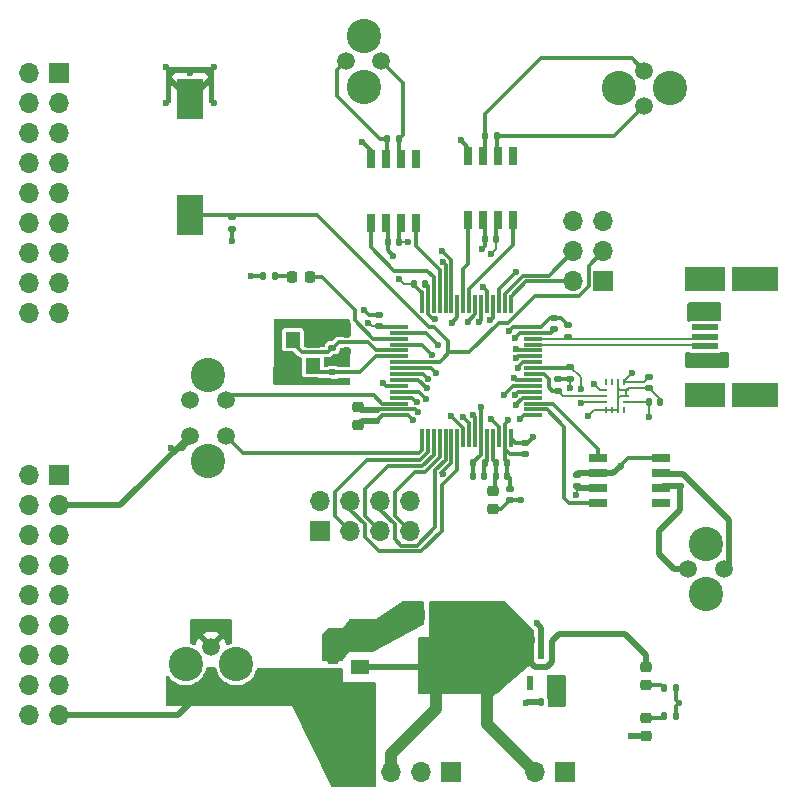
<source format=gbr>
%TF.GenerationSoftware,KiCad,Pcbnew,8.0.4*%
%TF.CreationDate,2024-08-28T23:49:54-07:00*%
%TF.ProjectId,Modubot,4d6f6475-626f-4742-9e6b-696361645f70,rev?*%
%TF.SameCoordinates,Original*%
%TF.FileFunction,Copper,L1,Top*%
%TF.FilePolarity,Positive*%
%FSLAX46Y46*%
G04 Gerber Fmt 4.6, Leading zero omitted, Abs format (unit mm)*
G04 Created by KiCad (PCBNEW 8.0.4) date 2024-08-28 23:49:54*
%MOMM*%
%LPD*%
G01*
G04 APERTURE LIST*
G04 Aperture macros list*
%AMRoundRect*
0 Rectangle with rounded corners*
0 $1 Rounding radius*
0 $2 $3 $4 $5 $6 $7 $8 $9 X,Y pos of 4 corners*
0 Add a 4 corners polygon primitive as box body*
4,1,4,$2,$3,$4,$5,$6,$7,$8,$9,$2,$3,0*
0 Add four circle primitives for the rounded corners*
1,1,$1+$1,$2,$3*
1,1,$1+$1,$4,$5*
1,1,$1+$1,$6,$7*
1,1,$1+$1,$8,$9*
0 Add four rect primitives between the rounded corners*
20,1,$1+$1,$2,$3,$4,$5,0*
20,1,$1+$1,$4,$5,$6,$7,0*
20,1,$1+$1,$6,$7,$8,$9,0*
20,1,$1+$1,$8,$9,$2,$3,0*%
G04 Aperture macros list end*
%TA.AperFunction,SMDPad,CuDef*%
%ADD10RoundRect,0.218750X-0.218750X-0.256250X0.218750X-0.256250X0.218750X0.256250X-0.218750X0.256250X0*%
%TD*%
%TA.AperFunction,SMDPad,CuDef*%
%ADD11RoundRect,0.140000X0.170000X-0.140000X0.170000X0.140000X-0.170000X0.140000X-0.170000X-0.140000X0*%
%TD*%
%TA.AperFunction,SMDPad,CuDef*%
%ADD12RoundRect,0.225000X0.250000X-0.225000X0.250000X0.225000X-0.250000X0.225000X-0.250000X-0.225000X0*%
%TD*%
%TA.AperFunction,SMDPad,CuDef*%
%ADD13RoundRect,0.135000X-0.135000X-0.185000X0.135000X-0.185000X0.135000X0.185000X-0.135000X0.185000X0*%
%TD*%
%TA.AperFunction,SMDPad,CuDef*%
%ADD14RoundRect,0.135000X-0.185000X0.135000X-0.185000X-0.135000X0.185000X-0.135000X0.185000X0.135000X0*%
%TD*%
%TA.AperFunction,SMDPad,CuDef*%
%ADD15R,1.600000X1.200000*%
%TD*%
%TA.AperFunction,SMDPad,CuDef*%
%ADD16R,1.600000X3.300000*%
%TD*%
%TA.AperFunction,SMDPad,CuDef*%
%ADD17RoundRect,0.140000X-0.140000X-0.170000X0.140000X-0.170000X0.140000X0.170000X-0.140000X0.170000X0*%
%TD*%
%TA.AperFunction,ComponentPad*%
%ADD18C,1.520000*%
%TD*%
%TA.AperFunction,ComponentPad*%
%ADD19C,2.909999*%
%TD*%
%TA.AperFunction,ComponentPad*%
%ADD20R,1.700000X1.700000*%
%TD*%
%TA.AperFunction,ComponentPad*%
%ADD21O,1.700000X1.700000*%
%TD*%
%TA.AperFunction,SMDPad,CuDef*%
%ADD22RoundRect,0.135000X0.185000X-0.135000X0.185000X0.135000X-0.185000X0.135000X-0.185000X-0.135000X0*%
%TD*%
%TA.AperFunction,SMDPad,CuDef*%
%ADD23R,1.200000X1.400000*%
%TD*%
%TA.AperFunction,SMDPad,CuDef*%
%ADD24RoundRect,0.140000X0.140000X0.170000X-0.140000X0.170000X-0.140000X-0.170000X0.140000X-0.170000X0*%
%TD*%
%TA.AperFunction,SMDPad,CuDef*%
%ADD25RoundRect,0.075000X-0.700000X-0.075000X0.700000X-0.075000X0.700000X0.075000X-0.700000X0.075000X0*%
%TD*%
%TA.AperFunction,SMDPad,CuDef*%
%ADD26RoundRect,0.075000X-0.075000X-0.700000X0.075000X-0.700000X0.075000X0.700000X-0.075000X0.700000X0*%
%TD*%
%TA.AperFunction,SMDPad,CuDef*%
%ADD27R,0.650000X1.500000*%
%TD*%
%TA.AperFunction,SMDPad,CuDef*%
%ADD28R,0.250000X0.475000*%
%TD*%
%TA.AperFunction,SMDPad,CuDef*%
%ADD29R,0.475000X0.250000*%
%TD*%
%TA.AperFunction,SMDPad,CuDef*%
%ADD30RoundRect,0.140000X-0.170000X0.140000X-0.170000X-0.140000X0.170000X-0.140000X0.170000X0.140000X0*%
%TD*%
%TA.AperFunction,SMDPad,CuDef*%
%ADD31R,1.500000X0.650000*%
%TD*%
%TA.AperFunction,SMDPad,CuDef*%
%ADD32RoundRect,0.135000X0.135000X0.185000X-0.135000X0.185000X-0.135000X-0.185000X0.135000X-0.185000X0*%
%TD*%
%TA.AperFunction,SMDPad,CuDef*%
%ADD33RoundRect,0.225000X0.225000X0.250000X-0.225000X0.250000X-0.225000X-0.250000X0.225000X-0.250000X0*%
%TD*%
%TA.AperFunction,SMDPad,CuDef*%
%ADD34RoundRect,0.218750X0.256250X-0.218750X0.256250X0.218750X-0.256250X0.218750X-0.256250X-0.218750X0*%
%TD*%
%TA.AperFunction,SMDPad,CuDef*%
%ADD35RoundRect,0.218750X-0.256250X0.218750X-0.256250X-0.218750X0.256250X-0.218750X0.256250X0.218750X0*%
%TD*%
%TA.AperFunction,SMDPad,CuDef*%
%ADD36R,0.600000X1.150000*%
%TD*%
%TA.AperFunction,SMDPad,CuDef*%
%ADD37R,2.250000X0.500000*%
%TD*%
%TA.AperFunction,SMDPad,CuDef*%
%ADD38R,3.500000X2.050000*%
%TD*%
%TA.AperFunction,SMDPad,CuDef*%
%ADD39R,4.000000X2.050000*%
%TD*%
%TA.AperFunction,SMDPad,CuDef*%
%ADD40R,2.160000X3.350000*%
%TD*%
%TA.AperFunction,ViaPad*%
%ADD41C,0.600000*%
%TD*%
%TA.AperFunction,Conductor*%
%ADD42C,0.300000*%
%TD*%
%TA.AperFunction,Conductor*%
%ADD43C,0.500000*%
%TD*%
%TA.AperFunction,Conductor*%
%ADD44C,0.200000*%
%TD*%
%TA.AperFunction,Conductor*%
%ADD45C,1.000000*%
%TD*%
G04 APERTURE END LIST*
D10*
%TO.P,D3,1,K*%
%TO.N,/User_LED_C*%
X138912500Y-96520000D03*
%TO.P,D3,2,A*%
%TO.N,/User_LED_GPIO*%
X140487500Y-96520000D03*
%TD*%
D11*
%TO.P,C16,1*%
%TO.N,/RCC_OSC_OUT*%
X142360000Y-104600000D03*
%TO.P,C16,2*%
%TO.N,GND*%
X142360000Y-103640000D03*
%TD*%
%TO.P,C6,1*%
%TO.N,+3.3V*%
X146260000Y-100700000D03*
%TO.P,C6,2*%
%TO.N,GND*%
X146260000Y-99740000D03*
%TD*%
D12*
%TO.P,C13,1*%
%TO.N,+12V*%
X142365000Y-130415000D03*
%TO.P,C13,2*%
%TO.N,GND*%
X142365000Y-128865000D03*
%TD*%
D13*
%TO.P,R4,1*%
%TO.N,/5V_LED_C*%
X170400000Y-131339500D03*
%TO.P,R4,2*%
%TO.N,GND*%
X171420000Y-131339500D03*
%TD*%
D14*
%TO.P,R8,1*%
%TO.N,/CANH_2*%
X171750000Y-113240000D03*
%TO.P,R8,2*%
%TO.N,/CANL_2*%
X171750000Y-114260000D03*
%TD*%
D15*
%TO.P,LDO2,1,FIXED*%
%TO.N,GND*%
X144730000Y-127240000D03*
%TO.P,LDO2,2,OUTPUT*%
%TO.N,+5V*%
X144730000Y-129540000D03*
%TO.P,LDO2,3,INPUT*%
%TO.N,+12V*%
X144730000Y-131840000D03*
D16*
%TO.P,LDO2,4,OUTPUT*%
%TO.N,+5V*%
X151130000Y-129540000D03*
%TD*%
D17*
%TO.P,C11,1*%
%TO.N,+5V*%
X159065648Y-126670000D03*
%TO.P,C11,2*%
%TO.N,GND*%
X160025648Y-126670000D03*
%TD*%
D18*
%TO.P,J7,1,1*%
%TO.N,/CANH_3*%
X168750011Y-79060000D03*
%TO.P,J7,2,2*%
%TO.N,/CANL_3*%
X168750011Y-82059999D03*
D19*
%TO.P,J7,P1*%
%TO.N,N/C*%
X166600013Y-80560000D03*
%TO.P,J7,P2*%
X170900009Y-80560000D03*
%TD*%
D20*
%TO.P,J8,1,Pin_1*%
%TO.N,GND*%
X152400000Y-138430000D03*
D21*
%TO.P,J8,2,Pin_2*%
%TO.N,+3.3V*%
X149860000Y-138430000D03*
%TO.P,J8,3,Pin_3*%
%TO.N,+5V*%
X147320000Y-138430000D03*
%TO.P,J8,4,Pin_4*%
%TO.N,+12V*%
X144780000Y-138430000D03*
%TD*%
D17*
%TO.P,C8,1*%
%TO.N,+3.3VA*%
X156212600Y-113360200D03*
%TO.P,C8,2*%
%TO.N,GND*%
X157172600Y-113360200D03*
%TD*%
D22*
%TO.P,R1,1*%
%TO.N,+3.3V*%
X162490000Y-105160000D03*
%TO.P,R1,2*%
%TO.N,/I2C3_SDA*%
X162490000Y-104140000D03*
%TD*%
D23*
%TO.P,Y2,1,1*%
%TO.N,/RCC_OSC_IN*%
X139010000Y-101820000D03*
%TO.P,Y2,2,2*%
%TO.N,GND*%
X139010000Y-104020000D03*
%TO.P,Y2,3,3*%
%TO.N,/RCC_OSC_OUT*%
X140710000Y-104020000D03*
%TO.P,Y2,4,4*%
%TO.N,GND*%
X140710000Y-101820000D03*
%TD*%
D18*
%TO.P,J10,1,1*%
%TO.N,+12V*%
X132080000Y-130810000D03*
%TO.P,J10,2,2*%
%TO.N,GND*%
X132080000Y-127810001D03*
D19*
%TO.P,J10,P1*%
%TO.N,N/C*%
X134229998Y-129310000D03*
%TO.P,J10,P2*%
X129930002Y-129310000D03*
%TD*%
D13*
%TO.P,R11,1*%
%TO.N,/CANH_3*%
X155240000Y-84600000D03*
%TO.P,R11,2*%
%TO.N,/CANL_3*%
X156260000Y-84600000D03*
%TD*%
D20*
%TO.P,J3,1,Pin_1*%
%TO.N,GND*%
X165300000Y-96900000D03*
D21*
%TO.P,J3,2,Pin_2*%
%TO.N,/SYS_JTMS-SWDIO*%
X162760000Y-96900000D03*
%TO.P,J3,3,Pin_3*%
%TO.N,/NRST*%
X165300000Y-94360000D03*
%TO.P,J3,4,Pin_4*%
%TO.N,/SYS_JTCK-SWCLK*%
X162760000Y-94360000D03*
%TO.P,J3,5,Pin_5*%
%TO.N,+3.3V*%
X165300000Y-91820000D03*
%TO.P,J3,6,Pin_6*%
%TO.N,GND*%
X162760000Y-91820000D03*
%TD*%
D18*
%TO.P,J5,1,1*%
%TO.N,/CANH_1*%
X143500001Y-78250000D03*
%TO.P,J5,2,2*%
%TO.N,/CANL_1*%
X146500000Y-78250000D03*
D19*
%TO.P,J5,P1*%
%TO.N,N/C*%
X145000001Y-80399998D03*
%TO.P,J5,P2*%
X145000001Y-76100002D03*
%TD*%
D24*
%TO.P,C12,1*%
%TO.N,+3.3V*%
X160950000Y-132520000D03*
%TO.P,C12,2*%
%TO.N,GND*%
X159990000Y-132520000D03*
%TD*%
D25*
%TO.P,U1,1,VBAT*%
%TO.N,+3.3V*%
X148010000Y-100740000D03*
%TO.P,U1,2,PC13*%
%TO.N,/PC13*%
X148010000Y-101240000D03*
%TO.P,U1,3,PC14*%
%TO.N,/User_LED_GPIO*%
X148010000Y-101740000D03*
%TO.P,U1,4,PC15*%
%TO.N,/PC15*%
X148010000Y-102240000D03*
%TO.P,U1,5,PF0*%
%TO.N,/RCC_OSC_IN*%
X148010000Y-102740000D03*
%TO.P,U1,6,PF1*%
%TO.N,/RCC_OSC_OUT*%
X148010000Y-103240000D03*
%TO.P,U1,7,PG10*%
%TO.N,/NRST*%
X148010000Y-103740000D03*
%TO.P,U1,8,PC0*%
%TO.N,/PC0*%
X148010000Y-104240000D03*
%TO.P,U1,9,PC1*%
%TO.N,/PC1*%
X148010000Y-104740000D03*
%TO.P,U1,10,PC2*%
%TO.N,/PC2*%
X148010000Y-105240000D03*
%TO.P,U1,11,PC3*%
%TO.N,/PC3*%
X148010000Y-105740000D03*
%TO.P,U1,12,PA0*%
%TO.N,/PA0*%
X148010000Y-106240000D03*
%TO.P,U1,13,PA1*%
%TO.N,/PA1*%
X148010000Y-106740000D03*
%TO.P,U1,14,PA2*%
%TO.N,/USART2_TX*%
X148010000Y-107240000D03*
%TO.P,U1,15,VSS*%
%TO.N,GND*%
X148010000Y-107740000D03*
%TO.P,U1,16,VDD*%
%TO.N,+3.3V*%
X148010000Y-108240000D03*
D26*
%TO.P,U1,17,PA3*%
%TO.N,/USART2_RX*%
X149935000Y-110165000D03*
%TO.P,U1,18,PA4*%
%TO.N,/GPIO_CE *%
X150435000Y-110165000D03*
%TO.P,U1,19,PA5*%
%TO.N,/SPI1_SCK*%
X150935000Y-110165000D03*
%TO.P,U1,20,PA6*%
%TO.N,/SPI1_MISO*%
X151435000Y-110165000D03*
%TO.P,U1,21,PA7*%
%TO.N,/SPI1_MOSI*%
X151935000Y-110165000D03*
%TO.P,U1,22,PC4*%
%TO.N,/GPIO_IRQ*%
X152435000Y-110165000D03*
%TO.P,U1,23,PC5*%
%TO.N,/GPIO_CSN*%
X152935000Y-110165000D03*
%TO.P,U1,24,PB0*%
%TO.N,/PB0*%
X153435000Y-110165000D03*
%TO.P,U1,25,PB1*%
%TO.N,/PB1*%
X153935000Y-110165000D03*
%TO.P,U1,26,PB2*%
%TO.N,/PB2*%
X154435000Y-110165000D03*
%TO.P,U1,27,VSSA*%
%TO.N,GND*%
X154935000Y-110165000D03*
%TO.P,U1,28,VREF+*%
%TO.N,+3.3VA*%
X155435000Y-110165000D03*
%TO.P,U1,29,VDDA*%
X155935000Y-110165000D03*
%TO.P,U1,30,PB10*%
%TO.N,/PB10*%
X156435000Y-110165000D03*
%TO.P,U1,31,VSS*%
%TO.N,GND*%
X156935000Y-110165000D03*
%TO.P,U1,32,VDD*%
%TO.N,+3.3V*%
X157435000Y-110165000D03*
D25*
%TO.P,U1,33,PB11*%
%TO.N,/PB11*%
X159360000Y-108240000D03*
%TO.P,U1,34,PB12*%
%TO.N,/FDCAN2_RX*%
X159360000Y-107740000D03*
%TO.P,U1,35,PB13*%
%TO.N,/FDCAN2_TX*%
X159360000Y-107240000D03*
%TO.P,U1,36,PB14*%
%TO.N,/PB14*%
X159360000Y-106740000D03*
%TO.P,U1,37,PB15*%
%TO.N,/PB15*%
X159360000Y-106240000D03*
%TO.P,U1,38,PC6*%
%TO.N,/PC6*%
X159360000Y-105740000D03*
%TO.P,U1,39,PC7*%
%TO.N,/PC7*%
X159360000Y-105240000D03*
%TO.P,U1,40,PC8*%
%TO.N,/I2C3_SCL*%
X159360000Y-104740000D03*
%TO.P,U1,41,PC9*%
%TO.N,/I2C3_SDA*%
X159360000Y-104240000D03*
%TO.P,U1,42,PA8*%
%TO.N,/PA8*%
X159360000Y-103740000D03*
%TO.P,U1,43,PA9*%
%TO.N,/PA9*%
X159360000Y-103240000D03*
%TO.P,U1,44,PA10*%
%TO.N,/PA10*%
X159360000Y-102740000D03*
%TO.P,U1,45,PA11*%
%TO.N,/USB_D-*%
X159360000Y-102240000D03*
%TO.P,U1,46,PA12*%
%TO.N,/USB_D+*%
X159360000Y-101740000D03*
%TO.P,U1,47,VSS*%
%TO.N,GND*%
X159360000Y-101240000D03*
%TO.P,U1,48,VDD*%
%TO.N,+3.3V*%
X159360000Y-100740000D03*
D26*
%TO.P,U1,49,PA13*%
%TO.N,/SYS_JTMS-SWDIO*%
X157435000Y-98815000D03*
%TO.P,U1,50,PA14*%
%TO.N,/SYS_JTCK-SWCLK*%
X156935000Y-98815000D03*
%TO.P,U1,51,PA15*%
%TO.N,/PA15*%
X156435000Y-98815000D03*
%TO.P,U1,52,PC10*%
%TO.N,/PC10*%
X155935000Y-98815000D03*
%TO.P,U1,53,PC11*%
%TO.N,/PC11*%
X155435000Y-98815000D03*
%TO.P,U1,54,PC12*%
%TO.N,/PC12*%
X154935000Y-98815000D03*
%TO.P,U1,55,PD2*%
%TO.N,/PD2*%
X154435000Y-98815000D03*
%TO.P,U1,56,PB3*%
%TO.N,/FDCAN3_RX*%
X153935000Y-98815000D03*
%TO.P,U1,57,PB4*%
%TO.N,/FDCAN3_TX*%
X153435000Y-98815000D03*
%TO.P,U1,58,PB5*%
%TO.N,/PB5*%
X152935000Y-98815000D03*
%TO.P,U1,59,PB6*%
%TO.N,/PB6*%
X152435000Y-98815000D03*
%TO.P,U1,60,PB7*%
%TO.N,/PB7*%
X151935000Y-98815000D03*
%TO.P,U1,61,PB8*%
%TO.N,/FDCAN1_RX*%
X151435000Y-98815000D03*
%TO.P,U1,62,PB9*%
%TO.N,/FDCAN1_TX*%
X150935000Y-98815000D03*
%TO.P,U1,63,VSS*%
%TO.N,GND*%
X150435000Y-98815000D03*
%TO.P,U1,64,VDD*%
%TO.N,+3.3V*%
X149935000Y-98815000D03*
%TD*%
D11*
%TO.P,C4,1*%
%TO.N,+3.3V*%
X146060000Y-108720000D03*
%TO.P,C4,2*%
%TO.N,GND*%
X146060000Y-107760000D03*
%TD*%
%TO.P,C9,1*%
%TO.N,+3.3V*%
X157378400Y-115415000D03*
%TO.P,C9,2*%
%TO.N,GND*%
X157378400Y-114455000D03*
%TD*%
D27*
%TO.P,CAN1,1,TXD*%
%TO.N,/FDCAN1_TX*%
X145595000Y-91950000D03*
%TO.P,CAN1,2,VSS*%
%TO.N,GND*%
X146865000Y-91950000D03*
%TO.P,CAN1,3,VDD*%
%TO.N,+5V*%
X148135000Y-91950000D03*
%TO.P,CAN1,4,RXD*%
%TO.N,/FDCAN1_RX*%
X149405000Y-91950000D03*
%TO.P,CAN1,5,NC*%
%TO.N,unconnected-(CAN1-NC-Pad5)*%
X149405000Y-86550000D03*
%TO.P,CAN1,6,CANL*%
%TO.N,/CANL_1*%
X148135000Y-86550000D03*
%TO.P,CAN1,7,CANH*%
%TO.N,/CANH_1*%
X146865000Y-86550000D03*
%TO.P,CAN1,8,STBY*%
%TO.N,GND*%
X145595000Y-86550000D03*
%TD*%
D28*
%TO.P,IMU1,1,SDO/SA0*%
%TO.N,GND*%
X165530000Y-107766000D03*
%TO.P,IMU1,2,SDX*%
X166030000Y-107766000D03*
%TO.P,IMU1,3,SCX*%
X166530000Y-107766000D03*
%TO.P,IMU1,4,INT1*%
%TO.N,unconnected-(IMU1-INT1-Pad4)*%
X167030000Y-107766000D03*
D29*
%TO.P,IMU1,5,VDDIO*%
%TO.N,+3.3V*%
X167192000Y-107103000D03*
%TO.P,IMU1,6,GND_1*%
%TO.N,GND*%
X167192000Y-106603000D03*
%TO.P,IMU1,7,GND_2*%
X167192000Y-106103000D03*
D28*
%TO.P,IMU1,8,VDD*%
%TO.N,+3.3V*%
X167030000Y-105440000D03*
%TO.P,IMU1,9,INT2*%
%TO.N,GND*%
X166530000Y-105440000D03*
%TO.P,IMU1,10,OCS_AUX*%
%TO.N,unconnected-(IMU1-OCS_AUX-Pad10)*%
X166030000Y-105440000D03*
%TO.P,IMU1,11,SDO_AUX*%
%TO.N,unconnected-(IMU1-SDO_AUX-Pad11)*%
X165530000Y-105440000D03*
D29*
%TO.P,IMU1,12,CS*%
%TO.N,+3.3V*%
X165368000Y-106103000D03*
%TO.P,IMU1,13,SCL*%
%TO.N,/I2C3_SCL*%
X165368000Y-106603000D03*
%TO.P,IMU1,14,SDA*%
%TO.N,/I2C3_SDA*%
X165368000Y-107103000D03*
%TD*%
D30*
%TO.P,C23,1*%
%TO.N,+3.3V*%
X169180000Y-104970000D03*
%TO.P,C23,2*%
%TO.N,GND*%
X169180000Y-105930000D03*
%TD*%
D17*
%TO.P,C19,1*%
%TO.N,GND*%
X155270000Y-93300000D03*
%TO.P,C19,2*%
%TO.N,+5V*%
X156230000Y-93300000D03*
%TD*%
D31*
%TO.P,CAN2,1,TXD*%
%TO.N,/FDCAN2_TX*%
X164800000Y-111845000D03*
%TO.P,CAN2,2,VSS*%
%TO.N,GND*%
X164800000Y-113115000D03*
%TO.P,CAN2,3,VDD*%
%TO.N,+5V*%
X164800000Y-114385000D03*
%TO.P,CAN2,4,RXD*%
%TO.N,/FDCAN2_RX*%
X164800000Y-115655000D03*
%TO.P,CAN2,5,NC*%
%TO.N,unconnected-(CAN2-NC-Pad5)*%
X170200000Y-115655000D03*
%TO.P,CAN2,6,CANL*%
%TO.N,/CANL_2*%
X170200000Y-114385000D03*
%TO.P,CAN2,7,CANH*%
%TO.N,/CANH_2*%
X170200000Y-113115000D03*
%TO.P,CAN2,8,STBY*%
%TO.N,GND*%
X170200000Y-111845000D03*
%TD*%
D17*
%TO.P,C24,1*%
%TO.N,+3.3V*%
X169140000Y-107080000D03*
%TO.P,C24,2*%
%TO.N,GND*%
X170100000Y-107080000D03*
%TD*%
D18*
%TO.P,J2,1,1*%
%TO.N,/USART2_TX*%
X133310000Y-106960001D03*
%TO.P,J2,2,2*%
%TO.N,/USART2_RX*%
X133310000Y-109960000D03*
%TO.P,J2,3,3*%
%TO.N,GND*%
X130310001Y-106960001D03*
%TO.P,J2,4,4*%
%TO.N,+5V*%
X130310001Y-109960000D03*
D19*
%TO.P,J2,P1*%
%TO.N,N/C*%
X131810000Y-104810003D03*
%TO.P,J2,P2*%
X131810000Y-112109998D03*
%TD*%
D32*
%TO.P,R14,1*%
%TO.N,/User_LED_C*%
X137466800Y-96418400D03*
%TO.P,R14,2*%
%TO.N,GND*%
X136446800Y-96418400D03*
%TD*%
D33*
%TO.P,C14,1*%
%TO.N,+5V*%
X151340000Y-125140000D03*
%TO.P,C14,2*%
%TO.N,GND*%
X149790000Y-125140000D03*
%TD*%
D24*
%TO.P,C25,1*%
%TO.N,+3.3VA*%
X155242200Y-112268000D03*
%TO.P,C25,2*%
%TO.N,GND*%
X154282200Y-112268000D03*
%TD*%
D11*
%TO.P,C15,1*%
%TO.N,/RCC_OSC_IN*%
X142360000Y-102500000D03*
%TO.P,C15,2*%
%TO.N,GND*%
X142360000Y-101540000D03*
%TD*%
D30*
%TO.P,C3,1*%
%TO.N,+3.3V*%
X161137600Y-100002400D03*
%TO.P,C3,2*%
%TO.N,GND*%
X161137600Y-100962400D03*
%TD*%
D24*
%TO.P,C26,1*%
%TO.N,+3.3VA*%
X155216800Y-113360200D03*
%TO.P,C26,2*%
%TO.N,GND*%
X154256800Y-113360200D03*
%TD*%
D22*
%TO.P,R15,1*%
%TO.N,/I2C3_SCL*%
X161450000Y-106150000D03*
%TO.P,R15,2*%
%TO.N,+3.3V*%
X161450000Y-105130000D03*
%TD*%
D13*
%TO.P,R3,1*%
%TO.N,/3V3_LED_C*%
X170390000Y-133720000D03*
%TO.P,R3,2*%
%TO.N,GND*%
X171410000Y-133720000D03*
%TD*%
D34*
%TO.P,D2,1,K*%
%TO.N,/5V_LED_C*%
X168910000Y-131089500D03*
%TO.P,D2,2,A*%
%TO.N,+5V*%
X168910000Y-129514500D03*
%TD*%
D30*
%TO.P,C10,1*%
%TO.N,/NRST*%
X133858000Y-91468000D03*
%TO.P,C10,2*%
%TO.N,GND*%
X133858000Y-92428000D03*
%TD*%
D13*
%TO.P,R5,1*%
%TO.N,/CANH_1*%
X146990000Y-84850000D03*
%TO.P,R5,2*%
%TO.N,/CANL_1*%
X148010000Y-84850000D03*
%TD*%
D35*
%TO.P,D1,1,K*%
%TO.N,/3V3_LED_C*%
X168910000Y-133832500D03*
%TO.P,D1,2,A*%
%TO.N,+3.3V*%
X168910000Y-135407500D03*
%TD*%
D17*
%TO.P,C17,1*%
%TO.N,GND*%
X147020000Y-93550000D03*
%TO.P,C17,2*%
%TO.N,+5V*%
X147980000Y-93550000D03*
%TD*%
D34*
%TO.P,FB1,1*%
%TO.N,+3.3V*%
X155981400Y-116179700D03*
%TO.P,FB1,2*%
%TO.N,+3.3VA*%
X155981400Y-114604700D03*
%TD*%
D30*
%TO.P,C5,1*%
%TO.N,+3.3V*%
X158660000Y-110560000D03*
%TO.P,C5,2*%
%TO.N,GND*%
X158660000Y-111520000D03*
%TD*%
D20*
%TO.P,J12,1,Pin_1*%
%TO.N,VBUS*%
X162052000Y-138405000D03*
D21*
%TO.P,J12,2,Pin_2*%
%TO.N,+5V*%
X159512000Y-138405000D03*
%TD*%
D36*
%TO.P,LDO1,1,IN*%
%TO.N,+5V*%
X160970000Y-128270000D03*
%TO.P,LDO1,2,GND*%
%TO.N,GND*%
X160020000Y-128270000D03*
%TO.P,LDO1,3,EN*%
%TO.N,+5V*%
X159070000Y-128270000D03*
%TO.P,LDO1,4,NC*%
%TO.N,unconnected-(LDO1-NC-Pad4)*%
X159070000Y-130870000D03*
%TO.P,LDO1,5,OUT*%
%TO.N,+3.3V*%
X160970000Y-130870000D03*
%TD*%
D30*
%TO.P,C18,1*%
%TO.N,GND*%
X163029998Y-113270000D03*
%TO.P,C18,2*%
%TO.N,+5V*%
X163029998Y-114230000D03*
%TD*%
D17*
%TO.P,C7,1*%
%TO.N,+3.3VA*%
X156187200Y-112268000D03*
%TO.P,C7,2*%
%TO.N,GND*%
X157147200Y-112268000D03*
%TD*%
D14*
%TO.P,R2,1*%
%TO.N,+3.3V*%
X162306000Y-100582000D03*
%TO.P,R2,2*%
%TO.N,/USB_D+*%
X162306000Y-101602000D03*
%TD*%
D20*
%TO.P,J4,1,Pin_1*%
%TO.N,GND*%
X141325600Y-118059200D03*
D21*
%TO.P,J4,2,Pin_2*%
%TO.N,+3.3V*%
X141325600Y-115519200D03*
%TO.P,J4,3,Pin_3*%
%TO.N,/GPIO_CE *%
X143865600Y-118059200D03*
%TO.P,J4,4,Pin_4*%
%TO.N,/GPIO_CSN*%
X143865600Y-115519200D03*
%TO.P,J4,5,Pin_5*%
%TO.N,/SPI1_SCK*%
X146405600Y-118059200D03*
%TO.P,J4,6,Pin_6*%
%TO.N,/SPI1_MOSI*%
X146405600Y-115519200D03*
%TO.P,J4,7,Pin_7*%
%TO.N,/SPI1_MISO*%
X148945600Y-118059200D03*
%TO.P,J4,8,Pin_8*%
%TO.N,/GPIO_IRQ*%
X148945600Y-115519200D03*
%TD*%
D37*
%TO.P,J1,1,GND*%
%TO.N,GND*%
X173913800Y-99990000D03*
%TO.P,J1,2,ID*%
%TO.N,unconnected-(J1-ID-Pad2)*%
X173913800Y-100790000D03*
%TO.P,J1,3,D+*%
%TO.N,/USB_D+*%
X173913800Y-101590000D03*
%TO.P,J1,4,D-*%
%TO.N,/USB_D-*%
X173913800Y-102390000D03*
%TO.P,J1,5,VBUS*%
%TO.N,VBUS*%
X173913800Y-103190000D03*
D38*
%TO.P,J1,MP1,MP1*%
%TO.N,unconnected-(J1-PadMP1)*%
X173888800Y-96665000D03*
%TO.P,J1,MP2,MP2*%
%TO.N,unconnected-(J1-PadMP2)*%
X173888800Y-106515000D03*
D39*
%TO.P,J1,MP3,MP3*%
%TO.N,unconnected-(J1-PadMP3)*%
X178138800Y-96665000D03*
%TO.P,J1,MP4,MP4*%
%TO.N,unconnected-(J1-PadMP4)*%
X178138800Y-106515000D03*
%TD*%
D27*
%TO.P,CAN3,1,TXD*%
%TO.N,/FDCAN3_TX*%
X153845000Y-91700000D03*
%TO.P,CAN3,2,VSS*%
%TO.N,GND*%
X155115000Y-91700000D03*
%TO.P,CAN3,3,VDD*%
%TO.N,+5V*%
X156385000Y-91700000D03*
%TO.P,CAN3,4,RXD*%
%TO.N,/FDCAN3_RX*%
X157655000Y-91700000D03*
%TO.P,CAN3,5,NC*%
%TO.N,unconnected-(CAN3-NC-Pad5)*%
X157655000Y-86300000D03*
%TO.P,CAN3,6,CANL*%
%TO.N,/CANL_3*%
X156385000Y-86300000D03*
%TO.P,CAN3,7,CANH*%
%TO.N,/CANH_3*%
X155115000Y-86300000D03*
%TO.P,CAN3,8,STBY*%
%TO.N,GND*%
X153845000Y-86300000D03*
%TD*%
D12*
%TO.P,C1,1*%
%TO.N,+3.3V*%
X144526000Y-109095000D03*
%TO.P,C1,2*%
%TO.N,GND*%
X144526000Y-107545000D03*
%TD*%
D17*
%TO.P,C2,1*%
%TO.N,+3.3V*%
X149270000Y-97120000D03*
%TO.P,C2,2*%
%TO.N,GND*%
X150230000Y-97120000D03*
%TD*%
D40*
%TO.P,SW3,1,1*%
%TO.N,GND*%
X130302000Y-81435000D03*
%TO.P,SW3,2,2*%
%TO.N,/NRST*%
X130302000Y-91285000D03*
%TD*%
D20*
%TO.P,J11,1,Pin_1*%
%TO.N,GND*%
X119210000Y-113320000D03*
D21*
%TO.P,J11,2,Pin_2*%
X116670000Y-113320000D03*
%TO.P,J11,3,Pin_3*%
%TO.N,+5V*%
X119210000Y-115860000D03*
%TO.P,J11,4,Pin_4*%
%TO.N,+3.3V*%
X116670000Y-115860000D03*
%TO.P,J11,5,Pin_5*%
%TO.N,/PB0*%
X119210000Y-118400000D03*
%TO.P,J11,6,Pin_6*%
%TO.N,/PB1*%
X116670000Y-118400000D03*
%TO.P,J11,7,Pin_7*%
%TO.N,/PB2*%
X119210000Y-120940000D03*
%TO.P,J11,8,Pin_8*%
%TO.N,/PB10*%
X116670000Y-120940000D03*
%TO.P,J11,9,Pin_9*%
%TO.N,/PB11*%
X119210000Y-123480000D03*
%TO.P,J11,10,Pin_10*%
%TO.N,/PB14*%
X116670000Y-123480000D03*
%TO.P,J11,11,Pin_11*%
%TO.N,/PB15*%
X119210000Y-126020000D03*
%TO.P,J11,12,Pin_12*%
%TO.N,/PC6*%
X116670000Y-126020000D03*
%TO.P,J11,13,Pin_13*%
%TO.N,/PC7*%
X119210000Y-128560000D03*
%TO.P,J11,14,Pin_14*%
%TO.N,/PA8*%
X116670000Y-128560000D03*
%TO.P,J11,15,Pin_15*%
%TO.N,/PA9*%
X119210000Y-131100000D03*
%TO.P,J11,16,Pin_16*%
%TO.N,/PA10*%
X116670000Y-131100000D03*
%TO.P,J11,17,Pin_17*%
%TO.N,+12V*%
X119210000Y-133640000D03*
%TO.P,J11,18,Pin_18*%
%TO.N,GND*%
X116670000Y-133640000D03*
%TD*%
D18*
%TO.P,J6,1,1*%
%TO.N,/CANH_2*%
X175500000Y-121250000D03*
%TO.P,J6,2,2*%
%TO.N,/CANL_2*%
X172500001Y-121250000D03*
D19*
%TO.P,J6,P1*%
%TO.N,N/C*%
X174000000Y-123399998D03*
%TO.P,J6,P2*%
X174000000Y-119100002D03*
%TD*%
D20*
%TO.P,J9,1,Pin_1*%
%TO.N,GND*%
X119210000Y-79220000D03*
D21*
%TO.P,J9,2,Pin_2*%
%TO.N,+3.3V*%
X116670000Y-79220000D03*
%TO.P,J9,3,Pin_3*%
%TO.N,/PA15*%
X119210000Y-81760000D03*
%TO.P,J9,4,Pin_4*%
%TO.N,/PC10*%
X116670000Y-81760000D03*
%TO.P,J9,5,Pin_5*%
%TO.N,/PC11*%
X119210000Y-84300000D03*
%TO.P,J9,6,Pin_6*%
%TO.N,/PC12*%
X116670000Y-84300000D03*
%TO.P,J9,7,Pin_7*%
%TO.N,/PD2*%
X119210000Y-86840000D03*
%TO.P,J9,8,Pin_8*%
%TO.N,/PB5*%
X116670000Y-86840000D03*
%TO.P,J9,9,Pin_9*%
%TO.N,/PB6*%
X119210000Y-89380000D03*
%TO.P,J9,10,Pin_10*%
%TO.N,/PB7*%
X116670000Y-89380000D03*
%TO.P,J9,11,Pin_11*%
%TO.N,/PC13*%
X119210000Y-91920000D03*
%TO.P,J9,12,Pin_12*%
%TO.N,/PC15*%
X116670000Y-91920000D03*
%TO.P,J9,13,Pin_13*%
%TO.N,/PC0*%
X119210000Y-94460000D03*
%TO.P,J9,14,Pin_14*%
%TO.N,/PC1*%
X116670000Y-94460000D03*
%TO.P,J9,15,Pin_15*%
%TO.N,/PC2*%
X119210000Y-97000000D03*
%TO.P,J9,16,Pin_16*%
%TO.N,/PC3*%
X116670000Y-97000000D03*
%TO.P,J9,17,Pin_17*%
%TO.N,/PA0*%
X119210000Y-99540000D03*
%TO.P,J9,18,Pin_18*%
%TO.N,/PA1*%
X116670000Y-99540000D03*
%TD*%
D41*
%TO.N,GND*%
X157835600Y-101676200D03*
X132334000Y-81788000D03*
X174929800Y-99212400D03*
X159639000Y-125857000D03*
X128270000Y-81788000D03*
X139242800Y-105333800D03*
X137718800Y-104114600D03*
X132334000Y-78740000D03*
X140690600Y-105333800D03*
X133858000Y-93472000D03*
X153238200Y-84963000D03*
X133350000Y-126746000D03*
X144272000Y-125984000D03*
X142087600Y-105333800D03*
X149585816Y-107991110D03*
X145288000Y-125984000D03*
X166750000Y-112500000D03*
X171704000Y-132588000D03*
X148590000Y-125476000D03*
X151003000Y-100101400D03*
X157200600Y-108635800D03*
X154990800Y-94183200D03*
X172770800Y-99212400D03*
X137718800Y-102819200D03*
X144881600Y-85064600D03*
X130302000Y-79248000D03*
X148590000Y-124714000D03*
X145034000Y-99314000D03*
X132080000Y-126238000D03*
X141986000Y-127762000D03*
X128270000Y-78740000D03*
X137718800Y-105308400D03*
X143586200Y-103733600D03*
X158750000Y-132588000D03*
X173532800Y-99212400D03*
X154914600Y-107569000D03*
X142113000Y-100406200D03*
X143535400Y-105308400D03*
X147980400Y-126415800D03*
X143560800Y-100380800D03*
X137744200Y-100380800D03*
X140716000Y-100406200D03*
X174244000Y-99212400D03*
X146634200Y-127101600D03*
X147142200Y-125577600D03*
X147497800Y-94716600D03*
X164000000Y-108250000D03*
X139268200Y-100406200D03*
X130810000Y-126746000D03*
X143560800Y-102666800D03*
X143611600Y-101447600D03*
X137744200Y-101523800D03*
X143256000Y-126746000D03*
X135483600Y-96418400D03*
X143002000Y-127762000D03*
%TO.N,+3.3V*%
X149148800Y-108661200D03*
X157318579Y-101065715D03*
X169138600Y-108356400D03*
X167640000Y-135382000D03*
X161772600Y-131648200D03*
X148031200Y-96697800D03*
X162480000Y-105940000D03*
X145398694Y-100387102D03*
X159359600Y-110083600D03*
X167690800Y-104673400D03*
X161772600Y-132537200D03*
X161772600Y-131648200D03*
X158318200Y-115417600D03*
X164515800Y-105613200D03*
X161772600Y-130683000D03*
%TO.N,VBUS*%
X172643800Y-103809800D03*
X175437800Y-103809800D03*
X174498000Y-103809800D03*
X173558200Y-103809800D03*
%TO.N,/I2C3_SDA*%
X163390000Y-107203000D03*
X163380000Y-106003000D03*
%TO.N,/GPIO_IRQ*%
X151684533Y-113163133D03*
%TO.N,+5V*%
X155956000Y-129184400D03*
X155067000Y-127508000D03*
X162941000Y-115005000D03*
X155981400Y-125831600D03*
X155956000Y-128346200D03*
X153111200Y-130022600D03*
X155067000Y-126644400D03*
X154000200Y-130022600D03*
X154990800Y-130860800D03*
X155041600Y-129184400D03*
X154051000Y-128346200D03*
X153111200Y-130860800D03*
X154076400Y-125831600D03*
X153187400Y-127508000D03*
X129590800Y-110998000D03*
X155041600Y-128346200D03*
X155981400Y-127508000D03*
X155067000Y-125831600D03*
X153162000Y-128346200D03*
X153187400Y-125831600D03*
X153162000Y-129184400D03*
X154076400Y-127508000D03*
X154990800Y-130022600D03*
X155981400Y-126644400D03*
X154076400Y-126644400D03*
X154000200Y-130860800D03*
X128727200Y-110998000D03*
X155905200Y-130022600D03*
X155778200Y-94615000D03*
X155905200Y-130860800D03*
X148755000Y-93548200D03*
X153187400Y-126644400D03*
X154051000Y-129184400D03*
%TO.N,/PB1*%
X153445280Y-108377920D03*
%TO.N,/PC7*%
X157734000Y-105079800D03*
%TO.N,/PB2*%
X154285000Y-108204000D03*
%TO.N,/PB15*%
X157786210Y-106516430D03*
%TO.N,/PB0*%
X152400000Y-108254800D03*
%TO.N,/PA10*%
X157877477Y-102585455D03*
%TO.N,/PB10*%
X155752800Y-108508800D03*
%TO.N,/PA9*%
X157918220Y-103384420D03*
%TO.N,/PB11*%
X158242000Y-108534200D03*
%TO.N,/PC6*%
X156870400Y-106502200D03*
%TO.N,/PB14*%
X157911800Y-107340400D03*
%TO.N,/PA8*%
X158038800Y-104190800D03*
%TO.N,/PA1*%
X149534855Y-107121582D03*
%TO.N,/PA0*%
X150291800Y-106857800D03*
%TO.N,/PC3*%
X146608800Y-105479200D03*
%TO.N,/PC0*%
X151130000Y-104648000D03*
%TO.N,/PC1*%
X150479673Y-105155228D03*
%TO.N,/PC2*%
X150342600Y-105943400D03*
%TO.N,/PC13*%
X151322800Y-102285800D03*
%TO.N,/PC15*%
X150798800Y-103090000D03*
%TO.N,/PB6*%
X151663400Y-94335600D03*
%TO.N,/PB7*%
X151704420Y-95285180D03*
%TO.N,/PB5*%
X152476200Y-100380800D03*
%TO.N,/PD2*%
X153797000Y-100304600D03*
%TO.N,/PA15*%
X157857599Y-96095042D03*
%TO.N,/PC10*%
X155727400Y-100177600D03*
%TO.N,/PC12*%
X154762200Y-100304600D03*
%TO.N,/PC11*%
X155117800Y-97409000D03*
%TD*%
D42*
%TO.N,GND*%
X157200600Y-108718294D02*
X156935000Y-108983894D01*
D43*
X160020000Y-126675648D02*
X160025648Y-126670000D01*
X142365000Y-128865000D02*
X142365000Y-128748000D01*
D44*
X164484000Y-107766000D02*
X165530000Y-107766000D01*
D42*
X171420000Y-132872000D02*
X171420000Y-133710000D01*
X153845000Y-85569800D02*
X153238200Y-84963000D01*
D43*
X158818000Y-132520000D02*
X158750000Y-132588000D01*
D42*
X158271800Y-101240000D02*
X157835600Y-101676200D01*
X150435000Y-99693120D02*
X150435000Y-98815000D01*
D44*
X166530000Y-105902500D02*
X166730500Y-106103000D01*
X164000000Y-108250000D02*
X164484000Y-107766000D01*
D42*
X160860000Y-101240000D02*
X161137600Y-100962400D01*
D44*
X167192000Y-106603000D02*
X166729500Y-106603000D01*
D42*
X157378400Y-114455000D02*
X157378400Y-113566000D01*
X158660000Y-111520000D02*
X157411880Y-111520000D01*
D44*
X166729500Y-106603000D02*
X166530000Y-106802500D01*
D42*
X166135000Y-113115000D02*
X167405000Y-111845000D01*
X155270000Y-93904000D02*
X154990800Y-94183200D01*
D44*
X166730500Y-106103000D02*
X167192000Y-106103000D01*
D42*
X147020000Y-93550000D02*
X147020000Y-92105000D01*
X151003000Y-100101400D02*
X150843280Y-100101400D01*
X157172600Y-113360200D02*
X157172600Y-112293400D01*
X159360000Y-101240000D02*
X160860000Y-101240000D01*
X150230000Y-97120000D02*
X150435000Y-97325000D01*
D43*
X160025648Y-128264352D02*
X160020000Y-128270000D01*
D44*
X170100000Y-106850000D02*
X169180000Y-105930000D01*
D42*
X157200600Y-108635800D02*
X157200600Y-108718294D01*
D43*
X160025648Y-126243648D02*
X160025648Y-126670000D01*
D42*
X156935000Y-111043120D02*
X156935000Y-110165000D01*
X147497800Y-94716600D02*
X147020000Y-94238800D01*
X144881600Y-85064600D02*
X145595000Y-85778000D01*
D44*
X166530000Y-105440000D02*
X166530000Y-105902500D01*
D42*
X155270000Y-93300000D02*
X155270000Y-93904000D01*
X154935000Y-111568354D02*
X154282200Y-112221154D01*
X157172600Y-112293400D02*
X157147200Y-112268000D01*
D43*
X159990000Y-132520000D02*
X158818000Y-132520000D01*
D44*
X170100000Y-107080000D02*
X170100000Y-106850000D01*
D42*
X153845000Y-86300000D02*
X153845000Y-85569800D01*
X154256800Y-113360200D02*
X154256800Y-112293400D01*
X147020000Y-92105000D02*
X146865000Y-91950000D01*
X133858000Y-93472000D02*
X133858000Y-92428000D01*
X135483600Y-96418400D02*
X136446800Y-96418400D01*
X155270000Y-91855000D02*
X155115000Y-91700000D01*
X148010000Y-107740000D02*
X146080000Y-107740000D01*
D43*
X164800000Y-113115000D02*
X166135000Y-113115000D01*
D42*
X171420000Y-131339500D02*
X171420000Y-132304000D01*
X154935000Y-110165000D02*
X154935000Y-111568354D01*
X154914600Y-107569000D02*
X154935000Y-107589400D01*
X154256800Y-112293400D02*
X154282200Y-112268000D01*
D44*
X171410000Y-133818000D02*
X171450000Y-133858000D01*
D42*
X145595000Y-85778000D02*
X145595000Y-86550000D01*
X156935000Y-108983894D02*
X156935000Y-110165000D01*
X154282200Y-112221154D02*
X154282200Y-112268000D01*
X167405000Y-111845000D02*
X170200000Y-111845000D01*
D44*
X167192000Y-106603000D02*
X167192000Y-106103000D01*
D43*
X160020000Y-128270000D02*
X160020000Y-126675648D01*
D42*
X145460000Y-99740000D02*
X146260000Y-99740000D01*
X150435000Y-97325000D02*
X150435000Y-98815000D01*
X155270000Y-93300000D02*
X155270000Y-91855000D01*
D44*
X171410000Y-133720000D02*
X171410000Y-133818000D01*
D42*
X156935000Y-112055800D02*
X157147200Y-112268000D01*
D43*
X164800000Y-113115000D02*
X163184998Y-113115000D01*
D44*
X167365000Y-105930000D02*
X167192000Y-106103000D01*
X166530000Y-106802500D02*
X166530000Y-107766000D01*
X154282200Y-113512600D02*
X154307600Y-113538000D01*
D43*
X166135000Y-113115000D02*
X166750000Y-112500000D01*
X146060000Y-107760000D02*
X144741000Y-107760000D01*
X144741000Y-107760000D02*
X144526000Y-107545000D01*
D42*
X147020000Y-94238800D02*
X147020000Y-93550000D01*
X150843280Y-100101400D02*
X150435000Y-99693120D01*
X157378400Y-113566000D02*
X157172600Y-113360200D01*
X149585816Y-107991110D02*
X149334706Y-107740000D01*
X171704000Y-132588000D02*
X171420000Y-132872000D01*
X146080000Y-107740000D02*
X146060000Y-107760000D01*
X171420000Y-133710000D02*
X171410000Y-133720000D01*
X157411880Y-111520000D02*
X156935000Y-111043120D01*
D43*
X163184998Y-113115000D02*
X163029998Y-113270000D01*
D44*
X165530000Y-107766000D02*
X166530000Y-107766000D01*
X166530000Y-107766000D02*
X166530000Y-105440000D01*
X144675000Y-107760000D02*
X144460000Y-107545000D01*
D42*
X149334706Y-107740000D02*
X148010000Y-107740000D01*
X156935000Y-110165000D02*
X156935000Y-112055800D01*
X171420000Y-132304000D02*
X171704000Y-132588000D01*
X145034000Y-99314000D02*
X145460000Y-99740000D01*
X159360000Y-101240000D02*
X158271800Y-101240000D01*
D43*
X159639000Y-125857000D02*
X160025648Y-126243648D01*
D42*
X154935000Y-107589400D02*
X154935000Y-110165000D01*
D44*
X169180000Y-105930000D02*
X167365000Y-105930000D01*
%TO.N,+3.3V*%
X167030000Y-105440000D02*
X168710000Y-105440000D01*
D42*
X149270000Y-97166846D02*
X149270000Y-97120000D01*
X161330000Y-105180000D02*
X162320000Y-105180000D01*
X157378400Y-115415000D02*
X158315600Y-115415000D01*
D44*
X167030000Y-105440000D02*
X167030000Y-105334200D01*
D42*
X149935000Y-98815000D02*
X149935000Y-97780000D01*
X159360000Y-100740000D02*
X160030000Y-100740000D01*
D44*
X167030000Y-105334200D02*
X167690800Y-104673400D01*
D42*
X149935000Y-97780000D02*
X149883154Y-97780000D01*
D44*
X162480000Y-105940000D02*
X162490000Y-105930000D01*
D43*
X167665500Y-135407500D02*
X167640000Y-135382000D01*
D42*
X160030000Y-100740000D02*
X160767600Y-100002400D01*
X148010000Y-100740000D02*
X146300000Y-100740000D01*
D44*
X169140000Y-107080000D02*
X169140000Y-108355000D01*
D42*
X162306000Y-100582000D02*
X161726400Y-100002400D01*
D44*
X148453400Y-97120000D02*
X148031200Y-96697800D01*
D42*
X158315600Y-115415000D02*
X158318200Y-115417600D01*
X161726400Y-100002400D02*
X161137600Y-100002400D01*
X146586846Y-108240000D02*
X146106846Y-108720000D01*
X157830000Y-110560000D02*
X157435000Y-110165000D01*
X149883154Y-97780000D02*
X149270000Y-97166846D01*
X156613700Y-116179700D02*
X157378400Y-115415000D01*
D43*
X168910000Y-135407500D02*
X167665500Y-135407500D01*
D42*
X146106846Y-108720000D02*
X146060000Y-108720000D01*
X148010000Y-108240000D02*
X146586846Y-108240000D01*
D44*
X146260000Y-100700000D02*
X145711592Y-100700000D01*
D42*
X160767600Y-100002400D02*
X161137600Y-100002400D01*
D44*
X149270000Y-97120000D02*
X148453400Y-97120000D01*
D43*
X144901000Y-108720000D02*
X144526000Y-109095000D01*
X146060000Y-108720000D02*
X144901000Y-108720000D01*
D42*
X157644294Y-100740000D02*
X159360000Y-100740000D01*
D44*
X168710000Y-105440000D02*
X169180000Y-104970000D01*
D42*
X155981400Y-116179700D02*
X156613700Y-116179700D01*
X149148800Y-108661200D02*
X148727600Y-108240000D01*
D44*
X169140000Y-108355000D02*
X169138600Y-108356400D01*
X162490000Y-105930000D02*
X162490000Y-105160000D01*
D42*
X157318579Y-101065715D02*
X157644294Y-100740000D01*
D44*
X165005600Y-106103000D02*
X164515800Y-105613200D01*
X146540000Y-108240000D02*
X146060000Y-108720000D01*
X165368000Y-106103000D02*
X165005600Y-106103000D01*
D42*
X162320000Y-105180000D02*
X162390000Y-105110000D01*
X146300000Y-100740000D02*
X146260000Y-100700000D01*
X158660000Y-110560000D02*
X157830000Y-110560000D01*
D44*
X145711592Y-100700000D02*
X145398694Y-100387102D01*
X148010000Y-108240000D02*
X146540000Y-108240000D01*
X167215000Y-107080000D02*
X167192000Y-107103000D01*
D42*
X158883200Y-110560000D02*
X159359600Y-110083600D01*
X148727600Y-108240000D02*
X148010000Y-108240000D01*
X158660000Y-110560000D02*
X158883200Y-110560000D01*
D44*
X169140000Y-107080000D02*
X167215000Y-107080000D01*
D42*
%TO.N,+3.3VA*%
X156083100Y-113489700D02*
X156212600Y-113360200D01*
X156212600Y-113360200D02*
X156212600Y-112293400D01*
X156212600Y-112293400D02*
X156187200Y-112268000D01*
X155435000Y-110165000D02*
X155435000Y-112075200D01*
X155216800Y-112293400D02*
X155242200Y-112268000D01*
X155216800Y-113360200D02*
X155216800Y-112293400D01*
X155935000Y-112015800D02*
X156187200Y-112268000D01*
X156083100Y-114757200D02*
X156083100Y-113489700D01*
D44*
X155242200Y-113512600D02*
X155267600Y-113538000D01*
D42*
X155435000Y-112075200D02*
X155242200Y-112268000D01*
X155935000Y-110165000D02*
X155935000Y-112015800D01*
%TO.N,/NRST*%
X150967200Y-100751400D02*
X152171400Y-101955600D01*
X153928839Y-102895400D02*
X156438600Y-100385639D01*
X157242481Y-100385639D02*
X159528120Y-98100000D01*
X163257057Y-98100000D02*
X164084000Y-97273057D01*
X152171400Y-102997000D02*
X151790400Y-103378000D01*
X152171400Y-102895400D02*
X153928839Y-102895400D01*
X150493280Y-100751400D02*
X150967200Y-100751400D01*
X164084000Y-95576000D02*
X165300000Y-94360000D01*
X130302000Y-91285000D02*
X141026880Y-91285000D01*
X159528120Y-98100000D02*
X163257057Y-98100000D01*
X164084000Y-97273057D02*
X164084000Y-95576000D01*
X152171400Y-101955600D02*
X152171400Y-102997000D01*
X151428400Y-103740000D02*
X148010000Y-103740000D01*
X151790400Y-103378000D02*
X151428400Y-103740000D01*
X156438600Y-100385639D02*
X157242481Y-100385639D01*
X141026880Y-91285000D02*
X150493280Y-100751400D01*
D43*
%TO.N,+12V*%
X129250000Y-133640000D02*
X119210000Y-133640000D01*
X132080000Y-130810000D02*
X129250000Y-133640000D01*
D42*
%TO.N,/RCC_OSC_IN*%
X146021600Y-102740000D02*
X145338800Y-102057200D01*
X142875000Y-102057200D02*
X142432200Y-102500000D01*
X142360000Y-102500000D02*
X141990000Y-102870000D01*
X139760000Y-102870000D02*
X139010000Y-102120000D01*
X141990000Y-102870000D02*
X139760000Y-102870000D01*
X139010000Y-102120000D02*
X139010000Y-101820000D01*
X148010000Y-102740000D02*
X146021600Y-102740000D01*
X145338800Y-102057200D02*
X142875000Y-102057200D01*
X142432200Y-102500000D02*
X142360000Y-102500000D01*
%TO.N,/RCC_OSC_OUT*%
X146061000Y-103240000D02*
X144701000Y-104600000D01*
X148010000Y-103240000D02*
X146061000Y-103240000D01*
X144701000Y-104600000D02*
X142360000Y-104600000D01*
X142360000Y-104600000D02*
X141290000Y-104600000D01*
X141290000Y-104600000D02*
X140710000Y-104020000D01*
%TO.N,/FDCAN1_TX*%
X150375000Y-96000000D02*
X150935000Y-96560000D01*
X145595000Y-91950000D02*
X145595000Y-93988423D01*
X150935000Y-96560000D02*
X150935000Y-98815000D01*
X147606577Y-96000000D02*
X150375000Y-96000000D01*
X145595000Y-93988423D02*
X147606577Y-96000000D01*
%TO.N,/CANH_1*%
X143500001Y-78250000D02*
X142740001Y-79010000D01*
X146990000Y-86425000D02*
X146865000Y-86550000D01*
X146350000Y-84850000D02*
X146990000Y-84850000D01*
X146990000Y-84850000D02*
X146990000Y-86425000D01*
X142740001Y-79010000D02*
X142740001Y-81240001D01*
X142740001Y-81240001D02*
X146350000Y-84850000D01*
%TO.N,/CANL_1*%
X148010000Y-84850000D02*
X148010000Y-86425000D01*
X146500000Y-78250000D02*
X148350001Y-80100001D01*
X148010000Y-86425000D02*
X148135000Y-86550000D01*
X148350001Y-84509999D02*
X148010000Y-84850000D01*
X148350001Y-80100001D02*
X148350001Y-84509999D01*
%TO.N,/FDCAN1_RX*%
X151435000Y-95935000D02*
X149405000Y-93905000D01*
X151435000Y-98815000D02*
X151435000Y-95935000D01*
X149405000Y-93905000D02*
X149405000Y-91950000D01*
D43*
%TO.N,/CANH_2*%
X175904999Y-120845001D02*
X175500000Y-121250000D01*
X172069999Y-113240000D02*
X175904999Y-117075000D01*
X175904999Y-117075000D02*
X175904999Y-120845001D01*
X170325000Y-113240000D02*
X170200000Y-113115000D01*
X171750000Y-113240000D02*
X172069999Y-113240000D01*
X171750000Y-113240000D02*
X170325000Y-113240000D01*
D42*
%TO.N,/FDCAN2_TX*%
X164800000Y-111050000D02*
X164800000Y-111845000D01*
X160990000Y-107240000D02*
X164800000Y-111050000D01*
X159360000Y-107240000D02*
X160990000Y-107240000D01*
D43*
%TO.N,/CANL_2*%
X171250000Y-121250000D02*
X172500001Y-121250000D01*
X170325000Y-114260000D02*
X170200000Y-114385000D01*
X171750000Y-116250000D02*
X170000000Y-118000000D01*
X171750000Y-114260000D02*
X170325000Y-114260000D01*
X170000000Y-120000000D02*
X171250000Y-121250000D01*
X170000000Y-118000000D02*
X170000000Y-120000000D01*
X171750000Y-114260000D02*
X171750000Y-116250000D01*
D42*
%TO.N,/FDCAN2_RX*%
X159360000Y-107740000D02*
X160490000Y-107740000D01*
X162000000Y-109250000D02*
X162000000Y-115250000D01*
X162000000Y-115250000D02*
X162405000Y-115655000D01*
X160490000Y-107740000D02*
X162000000Y-109250000D01*
X162405000Y-115655000D02*
X164800000Y-115655000D01*
%TO.N,/CANL_3*%
X166210010Y-84600000D02*
X168750011Y-82059999D01*
X156260000Y-84600000D02*
X166210010Y-84600000D01*
X156260000Y-84600000D02*
X156260000Y-86175000D01*
X156260000Y-86175000D02*
X156385000Y-86300000D01*
%TO.N,/CANH_3*%
X168750011Y-79060000D02*
X167690011Y-78000000D01*
X155240000Y-82760000D02*
X155240000Y-84600000D01*
X155240000Y-84600000D02*
X155240000Y-86175000D01*
X160000000Y-78000000D02*
X155240000Y-82760000D01*
X167690011Y-78000000D02*
X160000000Y-78000000D01*
X155240000Y-86175000D02*
X155115000Y-86300000D01*
%TO.N,/FDCAN3_TX*%
X153435000Y-95815000D02*
X153845000Y-95405000D01*
X153435000Y-98815000D02*
X153435000Y-95815000D01*
X153845000Y-95405000D02*
X153845000Y-91700000D01*
%TO.N,/FDCAN3_RX*%
X153935000Y-97565000D02*
X153935000Y-98815000D01*
X157655000Y-93845000D02*
X153935000Y-97565000D01*
X157655000Y-91700000D02*
X157655000Y-93845000D01*
%TO.N,/3V3_LED_C*%
X168910000Y-133832500D02*
X170277500Y-133832500D01*
X170277500Y-133832500D02*
X170390000Y-133720000D01*
%TO.N,/5V_LED_C*%
X168910000Y-131089500D02*
X170150000Y-131089500D01*
X170150000Y-131089500D02*
X170400000Y-131339500D01*
%TO.N,/User_LED_GPIO*%
X144272000Y-100179647D02*
X145832353Y-101740000D01*
X141478000Y-96520000D02*
X144272000Y-99314000D01*
X144272000Y-99314000D02*
X144272000Y-100179647D01*
X140487500Y-96520000D02*
X141478000Y-96520000D01*
X145832353Y-101740000D02*
X148010000Y-101740000D01*
%TO.N,/User_LED_C*%
X137466800Y-96418400D02*
X138810900Y-96418400D01*
X138810900Y-96418400D02*
X138912500Y-96520000D01*
D44*
%TO.N,/I2C3_SDA*%
X163380000Y-105030000D02*
X162490000Y-104140000D01*
D42*
X162240000Y-104240000D02*
X159360000Y-104240000D01*
D44*
X162340000Y-104140000D02*
X162240000Y-104240000D01*
X163380000Y-106003000D02*
X163380000Y-105030000D01*
X163490000Y-107103000D02*
X165368000Y-107103000D01*
X163390000Y-107203000D02*
X163490000Y-107103000D01*
X165351000Y-107120000D02*
X165368000Y-107103000D01*
D42*
X162390000Y-104090000D02*
X162240000Y-104240000D01*
D44*
X162490000Y-104140000D02*
X162340000Y-104140000D01*
D42*
%TO.N,/I2C3_SCL*%
X160238120Y-104740000D02*
X160690000Y-105191880D01*
X160980000Y-106150000D02*
X161450000Y-106150000D01*
X160690000Y-105191880D02*
X160690000Y-105860000D01*
D44*
X161903000Y-106603000D02*
X165368000Y-106603000D01*
D42*
X160690000Y-105860000D02*
X160980000Y-106150000D01*
X159360000Y-104740000D02*
X160238120Y-104740000D01*
D44*
X161450000Y-106150000D02*
X161903000Y-106603000D01*
%TO.N,/USB_D+*%
X159360000Y-101740000D02*
X173812000Y-101740000D01*
%TO.N,/USB_D-*%
X173038800Y-102438200D02*
X173913800Y-102438200D01*
X159360000Y-102240000D02*
X173715600Y-102240000D01*
D42*
%TO.N,/USART2_TX*%
X133720001Y-106550000D02*
X133310000Y-106960001D01*
X148010000Y-107240000D02*
X146546846Y-107240000D01*
X145856846Y-106550000D02*
X133720001Y-106550000D01*
X146546846Y-107240000D02*
X145856846Y-106550000D01*
%TO.N,/USART2_RX*%
X134800000Y-111450000D02*
X133310000Y-109960000D01*
X149650000Y-111450000D02*
X134800000Y-111450000D01*
X149935000Y-111165000D02*
X149650000Y-111450000D01*
X149935000Y-110165000D02*
X149935000Y-111165000D01*
%TO.N,/SYS_JTMS-SWDIO*%
X157435000Y-98196400D02*
X158731400Y-96900000D01*
X158731400Y-96900000D02*
X162760000Y-96900000D01*
X157435000Y-98815000D02*
X157435000Y-98196400D01*
%TO.N,/SYS_JTCK-SWCLK*%
X156935000Y-98815000D02*
X156935000Y-97936880D01*
X158471880Y-96400000D02*
X160720000Y-96400000D01*
X156935000Y-97936880D02*
X158471880Y-96400000D01*
X160720000Y-96400000D02*
X162760000Y-94360000D01*
%TO.N,/SPI1_MISO*%
X150181920Y-113039400D02*
X149342600Y-113039400D01*
X151435000Y-110165000D02*
X151435000Y-111786320D01*
X151435000Y-111786320D02*
X150181920Y-113039400D01*
X147675600Y-116789200D02*
X148945600Y-118059200D01*
X147675600Y-114706400D02*
X147675600Y-116789200D01*
X149342600Y-113039400D02*
X147675600Y-114706400D01*
%TO.N,/SPI1_SCK*%
X150935000Y-110165000D02*
X150935000Y-111579213D01*
X150935000Y-111579213D02*
X149974813Y-112539400D01*
X147074000Y-112539400D02*
X145135600Y-114477800D01*
X145135600Y-114477800D02*
X145135600Y-116789200D01*
X149974813Y-112539400D02*
X147074000Y-112539400D01*
X145135600Y-116789200D02*
X146405600Y-118059200D01*
%TO.N,/GPIO_CE *%
X145313401Y-112039400D02*
X142595600Y-114757201D01*
X150435000Y-110165000D02*
X150435000Y-111372106D01*
X142595600Y-116789200D02*
X143865600Y-118059200D01*
X142595600Y-114757201D02*
X142595600Y-116789200D01*
X149767706Y-112039400D02*
X145313401Y-112039400D01*
X150435000Y-111372106D02*
X149767706Y-112039400D01*
%TO.N,/GPIO_CSN*%
X152935000Y-112831905D02*
X151612600Y-114154305D01*
X151612600Y-118008400D02*
X149861800Y-119759200D01*
X146327600Y-119759200D02*
X145112247Y-118543847D01*
X143865600Y-116226307D02*
X143865600Y-115519200D01*
X149861800Y-119759200D02*
X146327600Y-119759200D01*
X152935000Y-110165000D02*
X152935000Y-112831905D01*
X151612600Y-114154305D02*
X151612600Y-118008400D01*
X145112247Y-118543847D02*
X145112247Y-117472954D01*
X145112247Y-117472954D02*
X143865600Y-116226307D01*
%TO.N,/GPIO_IRQ*%
X152435000Y-112250400D02*
X151528400Y-113157000D01*
X151528400Y-113157000D02*
X151678400Y-113157000D01*
X148945600Y-114808000D02*
X148945600Y-115519200D01*
X151678400Y-113157000D02*
X151684533Y-113163133D01*
X152435000Y-110165000D02*
X152435000Y-112250400D01*
%TO.N,/SPI1_MOSI*%
X149498200Y-119259200D02*
X148189800Y-119259200D01*
X151028400Y-117729000D02*
X149498200Y-119259200D01*
X146405600Y-116226307D02*
X146405600Y-115519200D01*
X151935000Y-110165000D02*
X151935000Y-111993426D01*
X147650200Y-117470907D02*
X146405600Y-116226307D01*
X151935000Y-111993426D02*
X151028400Y-112900026D01*
X147650200Y-118719600D02*
X147650200Y-117470907D01*
X148189800Y-119259200D02*
X147650200Y-118719600D01*
X151028400Y-112900026D02*
X151028400Y-117729000D01*
D43*
%TO.N,+5V*%
X160970000Y-128270000D02*
X160970000Y-127320000D01*
X167132000Y-126746000D02*
X168910000Y-128524000D01*
X130310001Y-109960000D02*
X124410001Y-115860000D01*
D44*
X147980000Y-93550000D02*
X148753200Y-93550000D01*
D43*
X160970000Y-129098000D02*
X160970000Y-128270000D01*
X151340000Y-125140000D02*
X151340000Y-129330000D01*
D42*
X156230000Y-91855000D02*
X156385000Y-91700000D01*
D43*
X130310001Y-110278799D02*
X129590800Y-110998000D01*
D45*
X147320000Y-138430000D02*
X147320000Y-136906000D01*
X147320000Y-136906000D02*
X151130000Y-133096000D01*
X155470000Y-131870000D02*
X157480000Y-129860000D01*
D43*
X163184998Y-114385000D02*
X163029998Y-114230000D01*
X159065648Y-126670000D02*
X159065648Y-128265648D01*
D45*
X159512000Y-138405000D02*
X155470000Y-134363000D01*
D43*
X157535648Y-125140000D02*
X159065648Y-126670000D01*
D45*
X151130000Y-133096000D02*
X151130000Y-129540000D01*
D43*
X160970000Y-127320000D02*
X161544000Y-126746000D01*
D45*
X155470000Y-134363000D02*
X155470000Y-131870000D01*
D43*
X151340000Y-125140000D02*
X157535648Y-125140000D01*
X159065648Y-128265648D02*
X159070000Y-128270000D01*
D42*
X156230000Y-93300000D02*
X156230000Y-91855000D01*
D43*
X159512000Y-129540000D02*
X160528000Y-129540000D01*
D44*
X155778200Y-94615000D02*
X156230000Y-94163200D01*
X163029998Y-114916002D02*
X162941000Y-115005000D01*
D43*
X160528000Y-129540000D02*
X160970000Y-129098000D01*
X159070000Y-128270000D02*
X159070000Y-129098000D01*
D44*
X156230000Y-94163200D02*
X156230000Y-93300000D01*
X163029998Y-114230000D02*
X163029998Y-114916002D01*
D42*
X147980000Y-93550000D02*
X147980000Y-92105000D01*
D43*
X159070000Y-129098000D02*
X159512000Y-129540000D01*
D44*
X148753200Y-93550000D02*
X148755000Y-93548200D01*
D43*
X168910000Y-128524000D02*
X168910000Y-129514500D01*
X130310001Y-109960000D02*
X130310001Y-110278799D01*
D45*
X157480000Y-129860000D02*
X157480000Y-128370000D01*
D43*
X161544000Y-126746000D02*
X167132000Y-126746000D01*
D42*
X147980000Y-92105000D02*
X148135000Y-91950000D01*
D43*
X164800000Y-114385000D02*
X163184998Y-114385000D01*
X151340000Y-129330000D02*
X151130000Y-129540000D01*
X151130000Y-129540000D02*
X144730000Y-129540000D01*
X124410001Y-115860000D02*
X119210000Y-115860000D01*
D42*
%TO.N,/PB1*%
X153935000Y-108867640D02*
X153445280Y-108377920D01*
X153935000Y-110165000D02*
X153935000Y-108867640D01*
%TO.N,/PC7*%
X159360000Y-105240000D02*
X157894200Y-105240000D01*
X157894200Y-105240000D02*
X157734000Y-105079800D01*
%TO.N,/PB2*%
X154435000Y-108354000D02*
X154285000Y-108204000D01*
X154435000Y-110165000D02*
X154435000Y-108354000D01*
%TO.N,/PB15*%
X158062640Y-106240000D02*
X157786210Y-106516430D01*
X159360000Y-106240000D02*
X158062640Y-106240000D01*
%TO.N,/PB0*%
X152402920Y-108254800D02*
X152400000Y-108254800D01*
X153435000Y-110165000D02*
X153435000Y-109286880D01*
X153435000Y-109286880D02*
X152402920Y-108254800D01*
%TO.N,/PA10*%
X159360000Y-102740000D02*
X158032022Y-102740000D01*
X158032022Y-102740000D02*
X157877477Y-102585455D01*
%TO.N,/PB10*%
X156435000Y-109191000D02*
X155752800Y-108508800D01*
X156435000Y-110165000D02*
X156435000Y-109191000D01*
%TO.N,/PA9*%
X158062640Y-103240000D02*
X157918220Y-103384420D01*
X159360000Y-103240000D02*
X158062640Y-103240000D01*
%TO.N,/PB11*%
X159360000Y-108240000D02*
X158536200Y-108240000D01*
X158536200Y-108240000D02*
X158242000Y-108534200D01*
%TO.N,/PC6*%
X159360000Y-105740000D02*
X157632600Y-105740000D01*
X157632600Y-105740000D02*
X156870400Y-106502200D01*
%TO.N,/PB14*%
X157911800Y-107310080D02*
X157911800Y-107340400D01*
X159360000Y-106740000D02*
X158481880Y-106740000D01*
X158481880Y-106740000D02*
X157911800Y-107310080D01*
%TO.N,/PA8*%
X158038800Y-104183080D02*
X158038800Y-104190800D01*
X159360000Y-103740000D02*
X158481880Y-103740000D01*
X158481880Y-103740000D02*
X158038800Y-104183080D01*
%TO.N,/PA1*%
X149534855Y-107121582D02*
X149440143Y-107121582D01*
X149440143Y-107121582D02*
X149058561Y-106740000D01*
X149058561Y-106740000D02*
X148010000Y-106740000D01*
%TO.N,/PA0*%
X149674000Y-106240000D02*
X150291800Y-106857800D01*
X148010000Y-106240000D02*
X149674000Y-106240000D01*
%TO.N,/PC3*%
X148010000Y-105740000D02*
X146869600Y-105740000D01*
X146869600Y-105740000D02*
X146608800Y-105479200D01*
%TO.N,/PC0*%
X150722000Y-104240000D02*
X151130000Y-104648000D01*
X148010000Y-104240000D02*
X150722000Y-104240000D01*
%TO.N,/PC1*%
X150479673Y-105155228D02*
X150064445Y-104740000D01*
X150064445Y-104740000D02*
X148010000Y-104740000D01*
%TO.N,/PC2*%
X148010000Y-105240000D02*
X149639200Y-105240000D01*
X149639200Y-105240000D02*
X150342600Y-105943400D01*
%TO.N,/PC13*%
X150277000Y-101240000D02*
X151322800Y-102285800D01*
X148010000Y-101240000D02*
X150277000Y-101240000D01*
%TO.N,/PC15*%
X149948800Y-102240000D02*
X150798800Y-103090000D01*
X148010000Y-102240000D02*
X149948800Y-102240000D01*
%TO.N,/PB6*%
X151674079Y-94335600D02*
X151663400Y-94335600D01*
X152435000Y-95096521D02*
X151674079Y-94335600D01*
X152435000Y-98815000D02*
X152435000Y-95096521D01*
%TO.N,/PB7*%
X151935000Y-98815000D02*
X151935000Y-95515760D01*
X151935000Y-95515760D02*
X151704420Y-95285180D01*
%TO.N,/PB5*%
X152935000Y-98815000D02*
X152935000Y-99922000D01*
X152935000Y-99922000D02*
X152476200Y-100380800D01*
%TO.N,/PD2*%
X154435000Y-99693120D02*
X153823520Y-100304600D01*
X154435000Y-98815000D02*
X154435000Y-99693120D01*
X153823520Y-100304600D02*
X153797000Y-100304600D01*
%TO.N,/PA15*%
X156435000Y-97517641D02*
X157857599Y-96095042D01*
X156435000Y-98815000D02*
X156435000Y-97517641D01*
%TO.N,/PC10*%
X155935000Y-99970000D02*
X155727400Y-100177600D01*
X155935000Y-98815000D02*
X155935000Y-99970000D01*
%TO.N,/PC12*%
X154935000Y-98815000D02*
X154935000Y-100131800D01*
X154935000Y-100131800D02*
X154762200Y-100304600D01*
%TO.N,/PC11*%
X155435000Y-98815000D02*
X155435000Y-97726200D01*
X155435000Y-97726200D02*
X155117800Y-97409000D01*
%TD*%
%TA.AperFunction,Conductor*%
%TO.N,GND*%
G36*
X133801039Y-125495685D02*
G01*
X133846794Y-125548489D01*
X133858000Y-125600000D01*
X133858000Y-127496113D01*
X133838315Y-127563152D01*
X133785511Y-127608907D01*
X133770549Y-127614604D01*
X133586844Y-127671270D01*
X133586842Y-127671271D01*
X133586833Y-127671274D01*
X133504639Y-127710857D01*
X133435698Y-127722209D01*
X133371563Y-127694487D01*
X133332598Y-127636491D01*
X133327310Y-127609942D01*
X133325598Y-127590371D01*
X133325597Y-127590370D01*
X133268533Y-127377405D01*
X133175360Y-127177596D01*
X133175359Y-127177594D01*
X133130304Y-127113249D01*
X133130304Y-127113248D01*
X132571127Y-127672424D01*
X132555245Y-127613148D01*
X132488102Y-127496854D01*
X132393147Y-127401899D01*
X132276853Y-127334756D01*
X132217574Y-127318872D01*
X132776751Y-126759695D01*
X132712402Y-126714639D01*
X132512593Y-126621467D01*
X132512587Y-126621464D01*
X132299634Y-126564403D01*
X132299626Y-126564402D01*
X132080002Y-126545188D01*
X132079998Y-126545188D01*
X131860373Y-126564402D01*
X131860366Y-126564403D01*
X131647404Y-126621467D01*
X131447594Y-126714641D01*
X131383248Y-126759695D01*
X131942425Y-127318872D01*
X131883147Y-127334756D01*
X131766853Y-127401899D01*
X131671898Y-127496854D01*
X131604755Y-127613148D01*
X131588871Y-127672426D01*
X131029694Y-127113249D01*
X130984640Y-127177595D01*
X130891466Y-127377405D01*
X130834402Y-127590367D01*
X130834401Y-127590372D01*
X130832689Y-127609947D01*
X130807235Y-127675015D01*
X130750643Y-127715992D01*
X130680881Y-127719869D01*
X130655360Y-127710857D01*
X130573158Y-127671271D01*
X130573160Y-127671271D01*
X130389450Y-127614604D01*
X130331191Y-127576033D01*
X130303033Y-127512089D01*
X130302000Y-127496113D01*
X130302000Y-125600000D01*
X130321685Y-125532961D01*
X130374489Y-125487206D01*
X130426000Y-125476000D01*
X133734000Y-125476000D01*
X133801039Y-125495685D01*
G37*
%TD.AperFunction*%
%TD*%
%TA.AperFunction,Conductor*%
%TO.N,+3.3V*%
G36*
X162070074Y-130220085D02*
G01*
X162115829Y-130272889D01*
X162127030Y-130325559D01*
X162103948Y-132795359D01*
X162083637Y-132862211D01*
X162030408Y-132907471D01*
X161979953Y-132918200D01*
X160689964Y-132918200D01*
X160622925Y-132898515D01*
X160577170Y-132845711D01*
X160567779Y-132780404D01*
X160567006Y-132780332D01*
X160567307Y-132777118D01*
X160567226Y-132776553D01*
X160567505Y-132775009D01*
X160570500Y-132743070D01*
X160570500Y-132296929D01*
X160567710Y-132267185D01*
X160567710Y-132267181D01*
X160534958Y-132173584D01*
X160528000Y-132132629D01*
X160528000Y-130324400D01*
X160547685Y-130257361D01*
X160600489Y-130211606D01*
X160652000Y-130200400D01*
X162003035Y-130200400D01*
X162070074Y-130220085D01*
G37*
%TD.AperFunction*%
%TD*%
%TA.AperFunction,Conductor*%
%TO.N,GND*%
G36*
X175203039Y-98698685D02*
G01*
X175248794Y-98751489D01*
X175260000Y-98803000D01*
X175260000Y-100121310D01*
X175240315Y-100188349D01*
X175187511Y-100234104D01*
X175118353Y-100244048D01*
X175112605Y-100242857D01*
X175083665Y-100239500D01*
X172743943Y-100239500D01*
X172743917Y-100239502D01*
X172718812Y-100242413D01*
X172718808Y-100242415D01*
X172616039Y-100287791D01*
X172609276Y-100292425D01*
X172542844Y-100314070D01*
X172475255Y-100296364D01*
X172427968Y-100244928D01*
X172415200Y-100190124D01*
X172415200Y-98803000D01*
X172434885Y-98735961D01*
X172487689Y-98690206D01*
X172539200Y-98679000D01*
X175136000Y-98679000D01*
X175203039Y-98698685D01*
G37*
%TD.AperFunction*%
%TD*%
%TA.AperFunction,Conductor*%
%TO.N,GND*%
G36*
X143764539Y-100070285D02*
G01*
X143810294Y-100123089D01*
X143821500Y-100174600D01*
X143821500Y-100238955D01*
X143845712Y-100329319D01*
X143852200Y-100353532D01*
X143852203Y-100353539D01*
X143895794Y-100429039D01*
X143912403Y-100492162D01*
X143903430Y-101483822D01*
X143883140Y-101550681D01*
X143829924Y-101595956D01*
X143779435Y-101606700D01*
X142815691Y-101606700D01*
X142725325Y-101630913D01*
X142725324Y-101630912D01*
X142701115Y-101637400D01*
X142701106Y-101637404D01*
X142598392Y-101696705D01*
X142598384Y-101696711D01*
X142411915Y-101883181D01*
X142350592Y-101916666D01*
X142324234Y-101919500D01*
X142136930Y-101919500D01*
X142107185Y-101922289D01*
X142107173Y-101922291D01*
X141981844Y-101966147D01*
X141875001Y-102045001D01*
X141796147Y-102151844D01*
X141752291Y-102277173D01*
X141752289Y-102277184D01*
X141749486Y-102307078D01*
X141723628Y-102371986D01*
X141666783Y-102412611D01*
X141626028Y-102419500D01*
X140034499Y-102419500D01*
X139967460Y-102399815D01*
X139921705Y-102347011D01*
X139910499Y-102295500D01*
X139910499Y-101075143D01*
X139910499Y-101075136D01*
X139910497Y-101075117D01*
X139907586Y-101050012D01*
X139907585Y-101050010D01*
X139907585Y-101050009D01*
X139862206Y-100947235D01*
X139782765Y-100867794D01*
X139782763Y-100867793D01*
X139679992Y-100822415D01*
X139654865Y-100819500D01*
X138365143Y-100819500D01*
X138365117Y-100819502D01*
X138340012Y-100822413D01*
X138340008Y-100822415D01*
X138237235Y-100867793D01*
X138157794Y-100947234D01*
X138112415Y-101050006D01*
X138112415Y-101050008D01*
X138109500Y-101075131D01*
X138109500Y-102564856D01*
X138109502Y-102564882D01*
X138112413Y-102589987D01*
X138112415Y-102589991D01*
X138157793Y-102692764D01*
X138157794Y-102692765D01*
X138237235Y-102772206D01*
X138340009Y-102817585D01*
X138365135Y-102820500D01*
X139022034Y-102820499D01*
X139089073Y-102840183D01*
X139109715Y-102856818D01*
X139483386Y-103230489D01*
X139586113Y-103289799D01*
X139610321Y-103296284D01*
X139610324Y-103296286D01*
X139610325Y-103296286D01*
X139655508Y-103308393D01*
X139700691Y-103320500D01*
X139700692Y-103320500D01*
X139701687Y-103320631D01*
X139702463Y-103320974D01*
X139708541Y-103322603D01*
X139708287Y-103323550D01*
X139765583Y-103348899D01*
X139804054Y-103407224D01*
X139809500Y-103443570D01*
X139809500Y-104764856D01*
X139809502Y-104764882D01*
X139812413Y-104789987D01*
X139812415Y-104789991D01*
X139857793Y-104892764D01*
X139857794Y-104892765D01*
X139937235Y-104972206D01*
X140040009Y-105017585D01*
X140065135Y-105020500D01*
X141102402Y-105020499D01*
X141134479Y-105024720D01*
X141138800Y-105025877D01*
X141140308Y-105026281D01*
X141140323Y-105026290D01*
X141140325Y-105026286D01*
X141170447Y-105034357D01*
X141230691Y-105050500D01*
X141828102Y-105050500D01*
X141895141Y-105070185D01*
X141901729Y-105074725D01*
X141981843Y-105133852D01*
X142020003Y-105147204D01*
X142107173Y-105177708D01*
X142107177Y-105177708D01*
X142107181Y-105177710D01*
X142122057Y-105179105D01*
X142136930Y-105180500D01*
X142136934Y-105180500D01*
X142583070Y-105180500D01*
X142596289Y-105179260D01*
X142612819Y-105177710D01*
X142612823Y-105177708D01*
X142612826Y-105177708D01*
X142661836Y-105160557D01*
X142738157Y-105133852D01*
X142818264Y-105074729D01*
X142883893Y-105050759D01*
X142891898Y-105050500D01*
X143746025Y-105050500D01*
X143813064Y-105070185D01*
X143858819Y-105122989D01*
X143870020Y-105175622D01*
X143866712Y-105541122D01*
X143846421Y-105607981D01*
X143793206Y-105653256D01*
X143742717Y-105664000D01*
X137487763Y-105664000D01*
X137420724Y-105644315D01*
X137374969Y-105591511D01*
X137363764Y-105539439D01*
X137375977Y-102840183D01*
X137388041Y-100174037D01*
X137408029Y-100107089D01*
X137461039Y-100061574D01*
X137512040Y-100050600D01*
X143697500Y-100050600D01*
X143764539Y-100070285D01*
G37*
%TD.AperFunction*%
%TA.AperFunction,Conductor*%
G36*
X143836076Y-102527385D02*
G01*
X143881831Y-102580189D01*
X143893031Y-102632819D01*
X143885686Y-103444500D01*
X143880418Y-104026622D01*
X143860127Y-104093481D01*
X143806912Y-104138756D01*
X143756423Y-104149500D01*
X142891898Y-104149500D01*
X142824859Y-104129815D01*
X142818264Y-104125270D01*
X142738157Y-104066148D01*
X142738155Y-104066147D01*
X142612826Y-104022291D01*
X142612814Y-104022289D01*
X142583070Y-104019500D01*
X142583066Y-104019500D01*
X142136934Y-104019500D01*
X142136930Y-104019500D01*
X142107185Y-104022289D01*
X142107173Y-104022291D01*
X141981844Y-104066147D01*
X141901736Y-104125270D01*
X141836107Y-104149241D01*
X141828102Y-104149500D01*
X141734500Y-104149500D01*
X141667461Y-104129815D01*
X141621706Y-104077011D01*
X141610500Y-104025500D01*
X141610499Y-103444500D01*
X141630183Y-103377461D01*
X141682987Y-103331706D01*
X141734499Y-103320500D01*
X142049308Y-103320500D01*
X142049309Y-103320500D01*
X142139673Y-103296286D01*
X142163887Y-103289799D01*
X142266614Y-103230489D01*
X142380284Y-103116819D01*
X142441607Y-103083334D01*
X142467965Y-103080500D01*
X142583070Y-103080500D01*
X142596289Y-103079260D01*
X142612819Y-103077710D01*
X142612823Y-103077708D01*
X142612826Y-103077708D01*
X142661836Y-103060557D01*
X142738157Y-103033852D01*
X142844999Y-102954999D01*
X142923852Y-102848157D01*
X142967710Y-102722819D01*
X142970500Y-102693066D01*
X142970500Y-102650166D01*
X142990185Y-102583127D01*
X143006821Y-102562482D01*
X143025288Y-102544016D01*
X143086612Y-102510533D01*
X143112967Y-102507700D01*
X143769037Y-102507700D01*
X143836076Y-102527385D01*
G37*
%TD.AperFunction*%
%TD*%
%TA.AperFunction,Conductor*%
%TO.N,GND*%
G36*
X132277039Y-78759685D02*
G01*
X132322794Y-78812489D01*
X132334000Y-78864000D01*
X132334000Y-81664000D01*
X132314315Y-81731039D01*
X132261511Y-81776794D01*
X132210000Y-81788000D01*
X132006000Y-81788000D01*
X131938961Y-81768315D01*
X131893206Y-81715511D01*
X131882000Y-81664000D01*
X131882000Y-80208553D01*
X131881999Y-80208552D01*
X130389681Y-81700871D01*
X130328358Y-81734356D01*
X130258666Y-81729372D01*
X130214319Y-81700871D01*
X128722000Y-80208552D01*
X128722000Y-81664000D01*
X128702315Y-81731039D01*
X128649511Y-81776794D01*
X128598000Y-81788000D01*
X128394000Y-81788000D01*
X128326961Y-81768315D01*
X128281206Y-81715511D01*
X128270000Y-81664000D01*
X128270000Y-79547178D01*
X128767730Y-79547178D01*
X130302000Y-81081447D01*
X130302001Y-81081447D01*
X131836267Y-79547178D01*
X131836268Y-79547176D01*
X131825354Y-79517914D01*
X131825355Y-79517914D01*
X131739186Y-79402809D01*
X131624093Y-79316649D01*
X131624086Y-79316645D01*
X131489379Y-79266403D01*
X131489372Y-79266401D01*
X131429844Y-79260000D01*
X129174155Y-79260000D01*
X129114627Y-79266401D01*
X129114620Y-79266403D01*
X128979913Y-79316645D01*
X128979906Y-79316649D01*
X128864812Y-79402809D01*
X128864809Y-79402812D01*
X128778648Y-79517907D01*
X128778646Y-79517910D01*
X128767730Y-79547178D01*
X128270000Y-79547178D01*
X128270000Y-78864000D01*
X128289685Y-78796961D01*
X128342489Y-78751206D01*
X128394000Y-78740000D01*
X132210000Y-78740000D01*
X132277039Y-78759685D01*
G37*
%TD.AperFunction*%
%TD*%
%TA.AperFunction,Conductor*%
%TO.N,+12V*%
G36*
X132390065Y-129567492D02*
G01*
X132456970Y-129587623D01*
X132502372Y-129640731D01*
X132510127Y-129663896D01*
X132547788Y-129828896D01*
X132643913Y-130073818D01*
X132643912Y-130073818D01*
X132653544Y-130090500D01*
X132775470Y-130301680D01*
X132939518Y-130507390D01*
X133132393Y-130686353D01*
X133349788Y-130834569D01*
X133586844Y-130948730D01*
X133838267Y-131026284D01*
X133838268Y-131026284D01*
X133838271Y-131026285D01*
X134098434Y-131065498D01*
X134098439Y-131065498D01*
X134098442Y-131065499D01*
X134098443Y-131065499D01*
X134361553Y-131065499D01*
X134361554Y-131065499D01*
X134361561Y-131065498D01*
X134621724Y-131026285D01*
X134621725Y-131026284D01*
X134621729Y-131026284D01*
X134873152Y-130948730D01*
X135110209Y-130834569D01*
X135327603Y-130686353D01*
X135520478Y-130507390D01*
X135684526Y-130301680D01*
X135816083Y-130073818D01*
X135912208Y-129828893D01*
X135944269Y-129688422D01*
X135978376Y-129627448D01*
X136040037Y-129594589D01*
X136065978Y-129592021D01*
X143132827Y-129639178D01*
X143199734Y-129659309D01*
X143245136Y-129712417D01*
X143256000Y-129763175D01*
X143256000Y-130225000D01*
X143256000Y-130810000D01*
X145926000Y-130810000D01*
X145993039Y-130829685D01*
X146038794Y-130882489D01*
X146050000Y-130934000D01*
X146050000Y-139576000D01*
X146030315Y-139643039D01*
X145977511Y-139688794D01*
X145926000Y-139700000D01*
X142317921Y-139700000D01*
X142250882Y-139680315D01*
X142206197Y-139629793D01*
X138938001Y-132842000D01*
X138938000Y-132842000D01*
X128394000Y-132842000D01*
X128326961Y-132822315D01*
X128281206Y-132769511D01*
X128270000Y-132718000D01*
X128270000Y-130398395D01*
X128289685Y-130331356D01*
X128342489Y-130285601D01*
X128411647Y-130275657D01*
X128475203Y-130304682D01*
X128490944Y-130321079D01*
X128639522Y-130507390D01*
X128832397Y-130686353D01*
X129049792Y-130834569D01*
X129286848Y-130948730D01*
X129538271Y-131026284D01*
X129538272Y-131026284D01*
X129538275Y-131026285D01*
X129798438Y-131065498D01*
X129798443Y-131065498D01*
X129798446Y-131065499D01*
X129798447Y-131065499D01*
X130061557Y-131065499D01*
X130061558Y-131065499D01*
X130061565Y-131065498D01*
X130321728Y-131026285D01*
X130321729Y-131026284D01*
X130321733Y-131026284D01*
X130573156Y-130948730D01*
X130810213Y-130834569D01*
X131027607Y-130686353D01*
X131220482Y-130507390D01*
X131384530Y-130301680D01*
X131516087Y-130073818D01*
X131569940Y-129936601D01*
X131612212Y-129828895D01*
X131650812Y-129659776D01*
X131684920Y-129598797D01*
X131746582Y-129565939D01*
X131772520Y-129563371D01*
X132390065Y-129567492D01*
G37*
%TD.AperFunction*%
%TD*%
%TA.AperFunction,Conductor*%
%TO.N,+5V*%
G36*
X156918897Y-123951817D02*
G01*
X156985867Y-123971731D01*
X157008510Y-123990558D01*
X159411188Y-126527998D01*
X159442988Y-126590212D01*
X159445148Y-126613256D01*
X159445148Y-126893070D01*
X159447937Y-126922817D01*
X159447938Y-126922819D01*
X159462541Y-126964552D01*
X159469500Y-127005507D01*
X159469500Y-127492214D01*
X159458934Y-127542300D01*
X159422416Y-127625004D01*
X159422415Y-127625008D01*
X159419500Y-127650131D01*
X159419500Y-128889856D01*
X159419502Y-128889882D01*
X159422413Y-128914986D01*
X159422414Y-128914990D01*
X159422415Y-128914991D01*
X159446933Y-128970519D01*
X159456004Y-129039797D01*
X159426180Y-129102981D01*
X159413595Y-129115264D01*
X156810553Y-131317839D01*
X156356546Y-131702000D01*
X156244675Y-131796660D01*
X156180783Y-131824937D01*
X156164578Y-131826000D01*
X149730000Y-131826000D01*
X149662961Y-131806315D01*
X149617206Y-131753511D01*
X149606000Y-131702000D01*
X149606000Y-127125306D01*
X149625685Y-127058267D01*
X149678489Y-127012512D01*
X149731298Y-127001313D01*
X150539687Y-127009787D01*
X150559999Y-127010000D01*
X150559999Y-127009999D01*
X150560000Y-127010000D01*
X150565000Y-125140000D01*
X150560516Y-124054938D01*
X150579923Y-123987819D01*
X150632538Y-123941846D01*
X150684936Y-123930428D01*
X156918897Y-123951817D01*
G37*
%TD.AperFunction*%
%TD*%
%TA.AperFunction,Conductor*%
%TO.N,GND*%
G36*
X150057039Y-123971685D02*
G01*
X150102794Y-124024489D01*
X150114000Y-124076000D01*
X150114000Y-125909341D01*
X150094315Y-125976380D01*
X150048018Y-126018931D01*
X145823219Y-128255590D01*
X145765201Y-128270000D01*
X143764000Y-128270000D01*
X143292811Y-128976783D01*
X143239246Y-129021644D01*
X143189637Y-129032000D01*
X141602000Y-129032000D01*
X141534961Y-129012315D01*
X141489206Y-128959511D01*
X141478000Y-128908000D01*
X141478000Y-126797362D01*
X141497685Y-126730323D01*
X141514319Y-126709681D01*
X141949681Y-126274319D01*
X142011004Y-126240834D01*
X142037362Y-126238000D01*
X143255999Y-126238000D01*
X143256000Y-126238000D01*
X143727189Y-125531217D01*
X143780754Y-125486356D01*
X143830363Y-125476000D01*
X146050000Y-125476000D01*
X148304761Y-123972826D01*
X148371460Y-123952018D01*
X148373544Y-123952000D01*
X149990000Y-123952000D01*
X150057039Y-123971685D01*
G37*
%TD.AperFunction*%
%TD*%
%TA.AperFunction,Conductor*%
%TO.N,VBUS*%
G36*
X172584106Y-102864285D02*
G01*
X172604748Y-102880919D01*
X172616035Y-102892206D01*
X172718809Y-102937585D01*
X172743935Y-102940500D01*
X175083664Y-102940499D01*
X175083679Y-102940497D01*
X175083682Y-102940497D01*
X175108787Y-102937586D01*
X175108788Y-102937585D01*
X175108791Y-102937585D01*
X175211565Y-102892206D01*
X175222852Y-102880919D01*
X175284175Y-102847434D01*
X175310533Y-102844600D01*
X175796400Y-102844600D01*
X175863439Y-102864285D01*
X175909194Y-102917089D01*
X175920400Y-102968600D01*
X175920400Y-104066800D01*
X175900715Y-104133839D01*
X175847911Y-104179594D01*
X175796400Y-104190800D01*
X172361400Y-104190800D01*
X172294361Y-104171115D01*
X172248606Y-104118311D01*
X172237400Y-104066800D01*
X172237400Y-102968600D01*
X172257085Y-102901561D01*
X172309889Y-102855806D01*
X172361400Y-102844600D01*
X172517067Y-102844600D01*
X172584106Y-102864285D01*
G37*
%TD.AperFunction*%
%TD*%
M02*

</source>
